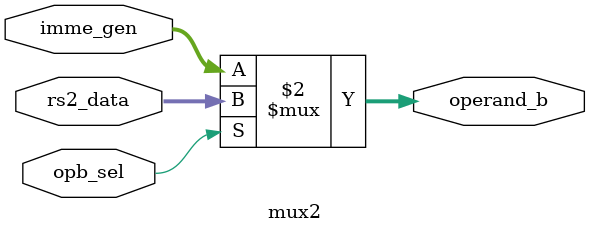
<source format=sv>
module mux2(
	input logic [31:0] imme_gen,
	input logic [31:0] rs2_data,
	input bit 	opb_sel,
	output logic [31:0] operand_b
);
	assign operand_b = (opb_sel==1'b0) ? imme_gen : rs2_data;
endmodule 

</source>
